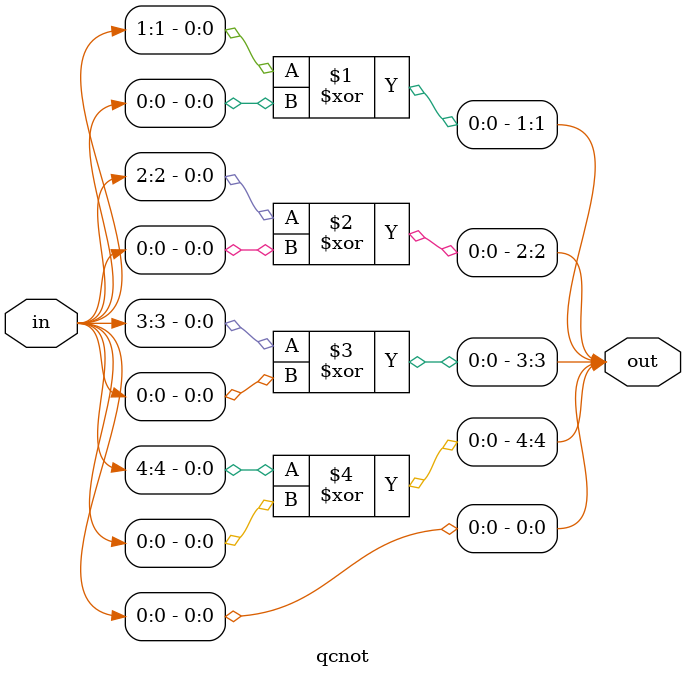
<source format=v>
`timescale 1ns / 1ps
module qcnot(
    input [4:0] in,
    output [4:0] out
    );
assign out[0] = in[0];
assign out[1] = in[1] ^ in[0];
assign out[2] = in[2] ^ in[0];
assign out[3] = in[3] ^ in[0];
assign out[4] = in[4] ^ in[0];

endmodule

</source>
